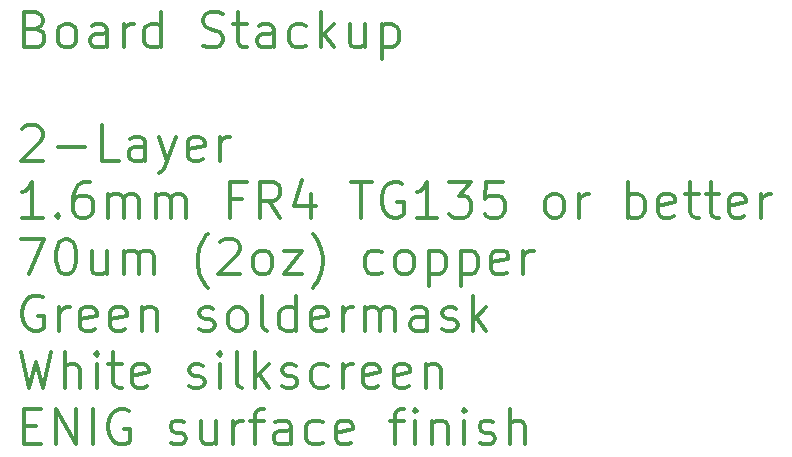
<source format=gbr>
G04 #@! TF.GenerationSoftware,KiCad,Pcbnew,(5.1.0-0)*
G04 #@! TF.CreationDate,2019-04-04T11:20:21+10:30*
G04 #@! TF.ProjectId,wide-input-reg,77696465-2d69-46e7-9075-742d7265672e,rev?*
G04 #@! TF.SameCoordinates,Original*
G04 #@! TF.FileFunction,Other,Comment*
%FSLAX46Y46*%
G04 Gerber Fmt 4.6, Leading zero omitted, Abs format (unit mm)*
G04 Created by KiCad (PCBNEW (5.1.0-0)) date 2019-04-04 11:20:21*
%MOMM*%
%LPD*%
G04 APERTURE LIST*
%ADD10C,0.300000*%
G04 APERTURE END LIST*
D10*
X205909285Y-58185714D02*
X206337857Y-58328571D01*
X206480714Y-58471428D01*
X206623571Y-58757142D01*
X206623571Y-59185714D01*
X206480714Y-59471428D01*
X206337857Y-59614285D01*
X206052142Y-59757142D01*
X204909285Y-59757142D01*
X204909285Y-56757142D01*
X205909285Y-56757142D01*
X206195000Y-56900000D01*
X206337857Y-57042857D01*
X206480714Y-57328571D01*
X206480714Y-57614285D01*
X206337857Y-57900000D01*
X206195000Y-58042857D01*
X205909285Y-58185714D01*
X204909285Y-58185714D01*
X208337857Y-59757142D02*
X208052142Y-59614285D01*
X207909285Y-59471428D01*
X207766428Y-59185714D01*
X207766428Y-58328571D01*
X207909285Y-58042857D01*
X208052142Y-57900000D01*
X208337857Y-57757142D01*
X208766428Y-57757142D01*
X209052142Y-57900000D01*
X209195000Y-58042857D01*
X209337857Y-58328571D01*
X209337857Y-59185714D01*
X209195000Y-59471428D01*
X209052142Y-59614285D01*
X208766428Y-59757142D01*
X208337857Y-59757142D01*
X211909285Y-59757142D02*
X211909285Y-58185714D01*
X211766428Y-57900000D01*
X211480714Y-57757142D01*
X210909285Y-57757142D01*
X210623571Y-57900000D01*
X211909285Y-59614285D02*
X211623571Y-59757142D01*
X210909285Y-59757142D01*
X210623571Y-59614285D01*
X210480714Y-59328571D01*
X210480714Y-59042857D01*
X210623571Y-58757142D01*
X210909285Y-58614285D01*
X211623571Y-58614285D01*
X211909285Y-58471428D01*
X213337857Y-59757142D02*
X213337857Y-57757142D01*
X213337857Y-58328571D02*
X213480714Y-58042857D01*
X213623571Y-57900000D01*
X213909285Y-57757142D01*
X214195000Y-57757142D01*
X216480714Y-59757142D02*
X216480714Y-56757142D01*
X216480714Y-59614285D02*
X216195000Y-59757142D01*
X215623571Y-59757142D01*
X215337857Y-59614285D01*
X215195000Y-59471428D01*
X215052142Y-59185714D01*
X215052142Y-58328571D01*
X215195000Y-58042857D01*
X215337857Y-57900000D01*
X215623571Y-57757142D01*
X216195000Y-57757142D01*
X216480714Y-57900000D01*
X220052142Y-59614285D02*
X220480714Y-59757142D01*
X221195000Y-59757142D01*
X221480714Y-59614285D01*
X221623571Y-59471428D01*
X221766428Y-59185714D01*
X221766428Y-58900000D01*
X221623571Y-58614285D01*
X221480714Y-58471428D01*
X221195000Y-58328571D01*
X220623571Y-58185714D01*
X220337857Y-58042857D01*
X220195000Y-57900000D01*
X220052142Y-57614285D01*
X220052142Y-57328571D01*
X220195000Y-57042857D01*
X220337857Y-56900000D01*
X220623571Y-56757142D01*
X221337857Y-56757142D01*
X221766428Y-56900000D01*
X222623571Y-57757142D02*
X223766428Y-57757142D01*
X223052142Y-56757142D02*
X223052142Y-59328571D01*
X223195000Y-59614285D01*
X223480714Y-59757142D01*
X223766428Y-59757142D01*
X226052142Y-59757142D02*
X226052142Y-58185714D01*
X225909285Y-57900000D01*
X225623571Y-57757142D01*
X225052142Y-57757142D01*
X224766428Y-57900000D01*
X226052142Y-59614285D02*
X225766428Y-59757142D01*
X225052142Y-59757142D01*
X224766428Y-59614285D01*
X224623571Y-59328571D01*
X224623571Y-59042857D01*
X224766428Y-58757142D01*
X225052142Y-58614285D01*
X225766428Y-58614285D01*
X226052142Y-58471428D01*
X228766428Y-59614285D02*
X228480714Y-59757142D01*
X227909285Y-59757142D01*
X227623571Y-59614285D01*
X227480714Y-59471428D01*
X227337857Y-59185714D01*
X227337857Y-58328571D01*
X227480714Y-58042857D01*
X227623571Y-57900000D01*
X227909285Y-57757142D01*
X228480714Y-57757142D01*
X228766428Y-57900000D01*
X230052142Y-59757142D02*
X230052142Y-56757142D01*
X230337857Y-58614285D02*
X231195000Y-59757142D01*
X231195000Y-57757142D02*
X230052142Y-58900000D01*
X233766428Y-57757142D02*
X233766428Y-59757142D01*
X232480714Y-57757142D02*
X232480714Y-59328571D01*
X232623571Y-59614285D01*
X232909285Y-59757142D01*
X233337857Y-59757142D01*
X233623571Y-59614285D01*
X233766428Y-59471428D01*
X235195000Y-57757142D02*
X235195000Y-60757142D01*
X235195000Y-57900000D02*
X235480714Y-57757142D01*
X236052142Y-57757142D01*
X236337857Y-57900000D01*
X236480714Y-58042857D01*
X236623571Y-58328571D01*
X236623571Y-59185714D01*
X236480714Y-59471428D01*
X236337857Y-59614285D01*
X236052142Y-59757142D01*
X235480714Y-59757142D01*
X235195000Y-59614285D01*
X204766428Y-66642857D02*
X204909285Y-66500000D01*
X205195000Y-66357142D01*
X205909285Y-66357142D01*
X206195000Y-66500000D01*
X206337857Y-66642857D01*
X206480714Y-66928571D01*
X206480714Y-67214285D01*
X206337857Y-67642857D01*
X204623571Y-69357142D01*
X206480714Y-69357142D01*
X207766428Y-68214285D02*
X210052142Y-68214285D01*
X212909285Y-69357142D02*
X211480714Y-69357142D01*
X211480714Y-66357142D01*
X215195000Y-69357142D02*
X215195000Y-67785714D01*
X215052142Y-67500000D01*
X214766428Y-67357142D01*
X214195000Y-67357142D01*
X213909285Y-67500000D01*
X215195000Y-69214285D02*
X214909285Y-69357142D01*
X214195000Y-69357142D01*
X213909285Y-69214285D01*
X213766428Y-68928571D01*
X213766428Y-68642857D01*
X213909285Y-68357142D01*
X214195000Y-68214285D01*
X214909285Y-68214285D01*
X215195000Y-68071428D01*
X216337857Y-67357142D02*
X217052142Y-69357142D01*
X217766428Y-67357142D02*
X217052142Y-69357142D01*
X216766428Y-70071428D01*
X216623571Y-70214285D01*
X216337857Y-70357142D01*
X220052142Y-69214285D02*
X219766428Y-69357142D01*
X219195000Y-69357142D01*
X218909285Y-69214285D01*
X218766428Y-68928571D01*
X218766428Y-67785714D01*
X218909285Y-67500000D01*
X219195000Y-67357142D01*
X219766428Y-67357142D01*
X220052142Y-67500000D01*
X220195000Y-67785714D01*
X220195000Y-68071428D01*
X218766428Y-68357142D01*
X221480714Y-69357142D02*
X221480714Y-67357142D01*
X221480714Y-67928571D02*
X221623571Y-67642857D01*
X221766428Y-67500000D01*
X222052142Y-67357142D01*
X222337857Y-67357142D01*
X206480714Y-74157142D02*
X204766428Y-74157142D01*
X205623571Y-74157142D02*
X205623571Y-71157142D01*
X205337857Y-71585714D01*
X205052142Y-71871428D01*
X204766428Y-72014285D01*
X207766428Y-73871428D02*
X207909285Y-74014285D01*
X207766428Y-74157142D01*
X207623571Y-74014285D01*
X207766428Y-73871428D01*
X207766428Y-74157142D01*
X210480714Y-71157142D02*
X209909285Y-71157142D01*
X209623571Y-71300000D01*
X209480714Y-71442857D01*
X209195000Y-71871428D01*
X209052142Y-72442857D01*
X209052142Y-73585714D01*
X209195000Y-73871428D01*
X209337857Y-74014285D01*
X209623571Y-74157142D01*
X210195000Y-74157142D01*
X210480714Y-74014285D01*
X210623571Y-73871428D01*
X210766428Y-73585714D01*
X210766428Y-72871428D01*
X210623571Y-72585714D01*
X210480714Y-72442857D01*
X210195000Y-72300000D01*
X209623571Y-72300000D01*
X209337857Y-72442857D01*
X209195000Y-72585714D01*
X209052142Y-72871428D01*
X212052142Y-74157142D02*
X212052142Y-72157142D01*
X212052142Y-72442857D02*
X212195000Y-72300000D01*
X212480714Y-72157142D01*
X212909285Y-72157142D01*
X213195000Y-72300000D01*
X213337857Y-72585714D01*
X213337857Y-74157142D01*
X213337857Y-72585714D02*
X213480714Y-72300000D01*
X213766428Y-72157142D01*
X214195000Y-72157142D01*
X214480714Y-72300000D01*
X214623571Y-72585714D01*
X214623571Y-74157142D01*
X216052142Y-74157142D02*
X216052142Y-72157142D01*
X216052142Y-72442857D02*
X216195000Y-72300000D01*
X216480714Y-72157142D01*
X216909285Y-72157142D01*
X217195000Y-72300000D01*
X217337857Y-72585714D01*
X217337857Y-74157142D01*
X217337857Y-72585714D02*
X217480714Y-72300000D01*
X217766428Y-72157142D01*
X218195000Y-72157142D01*
X218480714Y-72300000D01*
X218623571Y-72585714D01*
X218623571Y-74157142D01*
X223337857Y-72585714D02*
X222337857Y-72585714D01*
X222337857Y-74157142D02*
X222337857Y-71157142D01*
X223766428Y-71157142D01*
X226623571Y-74157142D02*
X225623571Y-72728571D01*
X224909285Y-74157142D02*
X224909285Y-71157142D01*
X226052142Y-71157142D01*
X226337857Y-71300000D01*
X226480714Y-71442857D01*
X226623571Y-71728571D01*
X226623571Y-72157142D01*
X226480714Y-72442857D01*
X226337857Y-72585714D01*
X226052142Y-72728571D01*
X224909285Y-72728571D01*
X229195000Y-72157142D02*
X229195000Y-74157142D01*
X228480714Y-71014285D02*
X227766428Y-73157142D01*
X229623571Y-73157142D01*
X232623571Y-71157142D02*
X234337857Y-71157142D01*
X233480714Y-74157142D02*
X233480714Y-71157142D01*
X236909285Y-71300000D02*
X236623571Y-71157142D01*
X236195000Y-71157142D01*
X235766428Y-71300000D01*
X235480714Y-71585714D01*
X235337857Y-71871428D01*
X235195000Y-72442857D01*
X235195000Y-72871428D01*
X235337857Y-73442857D01*
X235480714Y-73728571D01*
X235766428Y-74014285D01*
X236195000Y-74157142D01*
X236480714Y-74157142D01*
X236909285Y-74014285D01*
X237052142Y-73871428D01*
X237052142Y-72871428D01*
X236480714Y-72871428D01*
X239909285Y-74157142D02*
X238195000Y-74157142D01*
X239052142Y-74157142D02*
X239052142Y-71157142D01*
X238766428Y-71585714D01*
X238480714Y-71871428D01*
X238195000Y-72014285D01*
X240909285Y-71157142D02*
X242766428Y-71157142D01*
X241766428Y-72300000D01*
X242195000Y-72300000D01*
X242480714Y-72442857D01*
X242623571Y-72585714D01*
X242766428Y-72871428D01*
X242766428Y-73585714D01*
X242623571Y-73871428D01*
X242480714Y-74014285D01*
X242195000Y-74157142D01*
X241337857Y-74157142D01*
X241052142Y-74014285D01*
X240909285Y-73871428D01*
X245480714Y-71157142D02*
X244052142Y-71157142D01*
X243909285Y-72585714D01*
X244052142Y-72442857D01*
X244337857Y-72300000D01*
X245052142Y-72300000D01*
X245337857Y-72442857D01*
X245480714Y-72585714D01*
X245623571Y-72871428D01*
X245623571Y-73585714D01*
X245480714Y-73871428D01*
X245337857Y-74014285D01*
X245052142Y-74157142D01*
X244337857Y-74157142D01*
X244052142Y-74014285D01*
X243909285Y-73871428D01*
X249623571Y-74157142D02*
X249337857Y-74014285D01*
X249195000Y-73871428D01*
X249052142Y-73585714D01*
X249052142Y-72728571D01*
X249195000Y-72442857D01*
X249337857Y-72300000D01*
X249623571Y-72157142D01*
X250052142Y-72157142D01*
X250337857Y-72300000D01*
X250480714Y-72442857D01*
X250623571Y-72728571D01*
X250623571Y-73585714D01*
X250480714Y-73871428D01*
X250337857Y-74014285D01*
X250052142Y-74157142D01*
X249623571Y-74157142D01*
X251909285Y-74157142D02*
X251909285Y-72157142D01*
X251909285Y-72728571D02*
X252052142Y-72442857D01*
X252195000Y-72300000D01*
X252480714Y-72157142D01*
X252766428Y-72157142D01*
X256052142Y-74157142D02*
X256052142Y-71157142D01*
X256052142Y-72300000D02*
X256337857Y-72157142D01*
X256909285Y-72157142D01*
X257195000Y-72300000D01*
X257337857Y-72442857D01*
X257480714Y-72728571D01*
X257480714Y-73585714D01*
X257337857Y-73871428D01*
X257195000Y-74014285D01*
X256909285Y-74157142D01*
X256337857Y-74157142D01*
X256052142Y-74014285D01*
X259909285Y-74014285D02*
X259623571Y-74157142D01*
X259052142Y-74157142D01*
X258766428Y-74014285D01*
X258623571Y-73728571D01*
X258623571Y-72585714D01*
X258766428Y-72300000D01*
X259052142Y-72157142D01*
X259623571Y-72157142D01*
X259909285Y-72300000D01*
X260052142Y-72585714D01*
X260052142Y-72871428D01*
X258623571Y-73157142D01*
X260909285Y-72157142D02*
X262052142Y-72157142D01*
X261337857Y-71157142D02*
X261337857Y-73728571D01*
X261480714Y-74014285D01*
X261766428Y-74157142D01*
X262052142Y-74157142D01*
X262623571Y-72157142D02*
X263766428Y-72157142D01*
X263052142Y-71157142D02*
X263052142Y-73728571D01*
X263195000Y-74014285D01*
X263480714Y-74157142D01*
X263766428Y-74157142D01*
X265909285Y-74014285D02*
X265623571Y-74157142D01*
X265052142Y-74157142D01*
X264766428Y-74014285D01*
X264623571Y-73728571D01*
X264623571Y-72585714D01*
X264766428Y-72300000D01*
X265052142Y-72157142D01*
X265623571Y-72157142D01*
X265909285Y-72300000D01*
X266052142Y-72585714D01*
X266052142Y-72871428D01*
X264623571Y-73157142D01*
X267337857Y-74157142D02*
X267337857Y-72157142D01*
X267337857Y-72728571D02*
X267480714Y-72442857D01*
X267623571Y-72300000D01*
X267909285Y-72157142D01*
X268195000Y-72157142D01*
X204623571Y-75957142D02*
X206623571Y-75957142D01*
X205337857Y-78957142D01*
X208337857Y-75957142D02*
X208623571Y-75957142D01*
X208909285Y-76100000D01*
X209052142Y-76242857D01*
X209195000Y-76528571D01*
X209337857Y-77100000D01*
X209337857Y-77814285D01*
X209195000Y-78385714D01*
X209052142Y-78671428D01*
X208909285Y-78814285D01*
X208623571Y-78957142D01*
X208337857Y-78957142D01*
X208052142Y-78814285D01*
X207909285Y-78671428D01*
X207766428Y-78385714D01*
X207623571Y-77814285D01*
X207623571Y-77100000D01*
X207766428Y-76528571D01*
X207909285Y-76242857D01*
X208052142Y-76100000D01*
X208337857Y-75957142D01*
X211909285Y-76957142D02*
X211909285Y-78957142D01*
X210623571Y-76957142D02*
X210623571Y-78528571D01*
X210766428Y-78814285D01*
X211052142Y-78957142D01*
X211480714Y-78957142D01*
X211766428Y-78814285D01*
X211909285Y-78671428D01*
X213337857Y-78957142D02*
X213337857Y-76957142D01*
X213337857Y-77242857D02*
X213480714Y-77100000D01*
X213766428Y-76957142D01*
X214195000Y-76957142D01*
X214480714Y-77100000D01*
X214623571Y-77385714D01*
X214623571Y-78957142D01*
X214623571Y-77385714D02*
X214766428Y-77100000D01*
X215052142Y-76957142D01*
X215480714Y-76957142D01*
X215766428Y-77100000D01*
X215909285Y-77385714D01*
X215909285Y-78957142D01*
X220480714Y-80100000D02*
X220337857Y-79957142D01*
X220052142Y-79528571D01*
X219909285Y-79242857D01*
X219766428Y-78814285D01*
X219623571Y-78100000D01*
X219623571Y-77528571D01*
X219766428Y-76814285D01*
X219909285Y-76385714D01*
X220052142Y-76100000D01*
X220337857Y-75671428D01*
X220480714Y-75528571D01*
X221480714Y-76242857D02*
X221623571Y-76100000D01*
X221909285Y-75957142D01*
X222623571Y-75957142D01*
X222909285Y-76100000D01*
X223052142Y-76242857D01*
X223195000Y-76528571D01*
X223195000Y-76814285D01*
X223052142Y-77242857D01*
X221337857Y-78957142D01*
X223195000Y-78957142D01*
X224909285Y-78957142D02*
X224623571Y-78814285D01*
X224480714Y-78671428D01*
X224337857Y-78385714D01*
X224337857Y-77528571D01*
X224480714Y-77242857D01*
X224623571Y-77100000D01*
X224909285Y-76957142D01*
X225337857Y-76957142D01*
X225623571Y-77100000D01*
X225766428Y-77242857D01*
X225909285Y-77528571D01*
X225909285Y-78385714D01*
X225766428Y-78671428D01*
X225623571Y-78814285D01*
X225337857Y-78957142D01*
X224909285Y-78957142D01*
X226909285Y-76957142D02*
X228480714Y-76957142D01*
X226909285Y-78957142D01*
X228480714Y-78957142D01*
X229337857Y-80100000D02*
X229480714Y-79957142D01*
X229766428Y-79528571D01*
X229909285Y-79242857D01*
X230052142Y-78814285D01*
X230195000Y-78100000D01*
X230195000Y-77528571D01*
X230052142Y-76814285D01*
X229909285Y-76385714D01*
X229766428Y-76100000D01*
X229480714Y-75671428D01*
X229337857Y-75528571D01*
X235195000Y-78814285D02*
X234909285Y-78957142D01*
X234337857Y-78957142D01*
X234052142Y-78814285D01*
X233909285Y-78671428D01*
X233766428Y-78385714D01*
X233766428Y-77528571D01*
X233909285Y-77242857D01*
X234052142Y-77100000D01*
X234337857Y-76957142D01*
X234909285Y-76957142D01*
X235195000Y-77100000D01*
X236909285Y-78957142D02*
X236623571Y-78814285D01*
X236480714Y-78671428D01*
X236337857Y-78385714D01*
X236337857Y-77528571D01*
X236480714Y-77242857D01*
X236623571Y-77100000D01*
X236909285Y-76957142D01*
X237337857Y-76957142D01*
X237623571Y-77100000D01*
X237766428Y-77242857D01*
X237909285Y-77528571D01*
X237909285Y-78385714D01*
X237766428Y-78671428D01*
X237623571Y-78814285D01*
X237337857Y-78957142D01*
X236909285Y-78957142D01*
X239195000Y-76957142D02*
X239195000Y-79957142D01*
X239195000Y-77100000D02*
X239480714Y-76957142D01*
X240052142Y-76957142D01*
X240337857Y-77100000D01*
X240480714Y-77242857D01*
X240623571Y-77528571D01*
X240623571Y-78385714D01*
X240480714Y-78671428D01*
X240337857Y-78814285D01*
X240052142Y-78957142D01*
X239480714Y-78957142D01*
X239195000Y-78814285D01*
X241909285Y-76957142D02*
X241909285Y-79957142D01*
X241909285Y-77100000D02*
X242195000Y-76957142D01*
X242766428Y-76957142D01*
X243052142Y-77100000D01*
X243195000Y-77242857D01*
X243337857Y-77528571D01*
X243337857Y-78385714D01*
X243195000Y-78671428D01*
X243052142Y-78814285D01*
X242766428Y-78957142D01*
X242195000Y-78957142D01*
X241909285Y-78814285D01*
X245766428Y-78814285D02*
X245480714Y-78957142D01*
X244909285Y-78957142D01*
X244623571Y-78814285D01*
X244480714Y-78528571D01*
X244480714Y-77385714D01*
X244623571Y-77100000D01*
X244909285Y-76957142D01*
X245480714Y-76957142D01*
X245766428Y-77100000D01*
X245909285Y-77385714D01*
X245909285Y-77671428D01*
X244480714Y-77957142D01*
X247195000Y-78957142D02*
X247195000Y-76957142D01*
X247195000Y-77528571D02*
X247337857Y-77242857D01*
X247480714Y-77100000D01*
X247766428Y-76957142D01*
X248052142Y-76957142D01*
X206480714Y-80900000D02*
X206195000Y-80757142D01*
X205766428Y-80757142D01*
X205337857Y-80900000D01*
X205052142Y-81185714D01*
X204909285Y-81471428D01*
X204766428Y-82042857D01*
X204766428Y-82471428D01*
X204909285Y-83042857D01*
X205052142Y-83328571D01*
X205337857Y-83614285D01*
X205766428Y-83757142D01*
X206052142Y-83757142D01*
X206480714Y-83614285D01*
X206623571Y-83471428D01*
X206623571Y-82471428D01*
X206052142Y-82471428D01*
X207909285Y-83757142D02*
X207909285Y-81757142D01*
X207909285Y-82328571D02*
X208052142Y-82042857D01*
X208195000Y-81900000D01*
X208480714Y-81757142D01*
X208766428Y-81757142D01*
X210909285Y-83614285D02*
X210623571Y-83757142D01*
X210052142Y-83757142D01*
X209766428Y-83614285D01*
X209623571Y-83328571D01*
X209623571Y-82185714D01*
X209766428Y-81900000D01*
X210052142Y-81757142D01*
X210623571Y-81757142D01*
X210909285Y-81900000D01*
X211052142Y-82185714D01*
X211052142Y-82471428D01*
X209623571Y-82757142D01*
X213480714Y-83614285D02*
X213195000Y-83757142D01*
X212623571Y-83757142D01*
X212337857Y-83614285D01*
X212195000Y-83328571D01*
X212195000Y-82185714D01*
X212337857Y-81900000D01*
X212623571Y-81757142D01*
X213195000Y-81757142D01*
X213480714Y-81900000D01*
X213623571Y-82185714D01*
X213623571Y-82471428D01*
X212195000Y-82757142D01*
X214909285Y-81757142D02*
X214909285Y-83757142D01*
X214909285Y-82042857D02*
X215052142Y-81900000D01*
X215337857Y-81757142D01*
X215766428Y-81757142D01*
X216052142Y-81900000D01*
X216195000Y-82185714D01*
X216195000Y-83757142D01*
X219766428Y-83614285D02*
X220052142Y-83757142D01*
X220623571Y-83757142D01*
X220909285Y-83614285D01*
X221052142Y-83328571D01*
X221052142Y-83185714D01*
X220909285Y-82900000D01*
X220623571Y-82757142D01*
X220195000Y-82757142D01*
X219909285Y-82614285D01*
X219766428Y-82328571D01*
X219766428Y-82185714D01*
X219909285Y-81900000D01*
X220195000Y-81757142D01*
X220623571Y-81757142D01*
X220909285Y-81900000D01*
X222766428Y-83757142D02*
X222480714Y-83614285D01*
X222337857Y-83471428D01*
X222195000Y-83185714D01*
X222195000Y-82328571D01*
X222337857Y-82042857D01*
X222480714Y-81900000D01*
X222766428Y-81757142D01*
X223195000Y-81757142D01*
X223480714Y-81900000D01*
X223623571Y-82042857D01*
X223766428Y-82328571D01*
X223766428Y-83185714D01*
X223623571Y-83471428D01*
X223480714Y-83614285D01*
X223195000Y-83757142D01*
X222766428Y-83757142D01*
X225480714Y-83757142D02*
X225195000Y-83614285D01*
X225052142Y-83328571D01*
X225052142Y-80757142D01*
X227909285Y-83757142D02*
X227909285Y-80757142D01*
X227909285Y-83614285D02*
X227623571Y-83757142D01*
X227052142Y-83757142D01*
X226766428Y-83614285D01*
X226623571Y-83471428D01*
X226480714Y-83185714D01*
X226480714Y-82328571D01*
X226623571Y-82042857D01*
X226766428Y-81900000D01*
X227052142Y-81757142D01*
X227623571Y-81757142D01*
X227909285Y-81900000D01*
X230480714Y-83614285D02*
X230195000Y-83757142D01*
X229623571Y-83757142D01*
X229337857Y-83614285D01*
X229195000Y-83328571D01*
X229195000Y-82185714D01*
X229337857Y-81900000D01*
X229623571Y-81757142D01*
X230195000Y-81757142D01*
X230480714Y-81900000D01*
X230623571Y-82185714D01*
X230623571Y-82471428D01*
X229195000Y-82757142D01*
X231909285Y-83757142D02*
X231909285Y-81757142D01*
X231909285Y-82328571D02*
X232052142Y-82042857D01*
X232195000Y-81900000D01*
X232480714Y-81757142D01*
X232766428Y-81757142D01*
X233766428Y-83757142D02*
X233766428Y-81757142D01*
X233766428Y-82042857D02*
X233909285Y-81900000D01*
X234195000Y-81757142D01*
X234623571Y-81757142D01*
X234909285Y-81900000D01*
X235052142Y-82185714D01*
X235052142Y-83757142D01*
X235052142Y-82185714D02*
X235195000Y-81900000D01*
X235480714Y-81757142D01*
X235909285Y-81757142D01*
X236195000Y-81900000D01*
X236337857Y-82185714D01*
X236337857Y-83757142D01*
X239052142Y-83757142D02*
X239052142Y-82185714D01*
X238909285Y-81900000D01*
X238623571Y-81757142D01*
X238052142Y-81757142D01*
X237766428Y-81900000D01*
X239052142Y-83614285D02*
X238766428Y-83757142D01*
X238052142Y-83757142D01*
X237766428Y-83614285D01*
X237623571Y-83328571D01*
X237623571Y-83042857D01*
X237766428Y-82757142D01*
X238052142Y-82614285D01*
X238766428Y-82614285D01*
X239052142Y-82471428D01*
X240337857Y-83614285D02*
X240623571Y-83757142D01*
X241195000Y-83757142D01*
X241480714Y-83614285D01*
X241623571Y-83328571D01*
X241623571Y-83185714D01*
X241480714Y-82900000D01*
X241195000Y-82757142D01*
X240766428Y-82757142D01*
X240480714Y-82614285D01*
X240337857Y-82328571D01*
X240337857Y-82185714D01*
X240480714Y-81900000D01*
X240766428Y-81757142D01*
X241195000Y-81757142D01*
X241480714Y-81900000D01*
X242909285Y-83757142D02*
X242909285Y-80757142D01*
X243195000Y-82614285D02*
X244052142Y-83757142D01*
X244052142Y-81757142D02*
X242909285Y-82900000D01*
X204623571Y-85557142D02*
X205337857Y-88557142D01*
X205909285Y-86414285D01*
X206480714Y-88557142D01*
X207195000Y-85557142D01*
X208337857Y-88557142D02*
X208337857Y-85557142D01*
X209623571Y-88557142D02*
X209623571Y-86985714D01*
X209480714Y-86700000D01*
X209195000Y-86557142D01*
X208766428Y-86557142D01*
X208480714Y-86700000D01*
X208337857Y-86842857D01*
X211052142Y-88557142D02*
X211052142Y-86557142D01*
X211052142Y-85557142D02*
X210909285Y-85700000D01*
X211052142Y-85842857D01*
X211195000Y-85700000D01*
X211052142Y-85557142D01*
X211052142Y-85842857D01*
X212052142Y-86557142D02*
X213195000Y-86557142D01*
X212480714Y-85557142D02*
X212480714Y-88128571D01*
X212623571Y-88414285D01*
X212909285Y-88557142D01*
X213195000Y-88557142D01*
X215337857Y-88414285D02*
X215052142Y-88557142D01*
X214480714Y-88557142D01*
X214195000Y-88414285D01*
X214052142Y-88128571D01*
X214052142Y-86985714D01*
X214195000Y-86700000D01*
X214480714Y-86557142D01*
X215052142Y-86557142D01*
X215337857Y-86700000D01*
X215480714Y-86985714D01*
X215480714Y-87271428D01*
X214052142Y-87557142D01*
X218909285Y-88414285D02*
X219195000Y-88557142D01*
X219766428Y-88557142D01*
X220052142Y-88414285D01*
X220195000Y-88128571D01*
X220195000Y-87985714D01*
X220052142Y-87700000D01*
X219766428Y-87557142D01*
X219337857Y-87557142D01*
X219052142Y-87414285D01*
X218909285Y-87128571D01*
X218909285Y-86985714D01*
X219052142Y-86700000D01*
X219337857Y-86557142D01*
X219766428Y-86557142D01*
X220052142Y-86700000D01*
X221480714Y-88557142D02*
X221480714Y-86557142D01*
X221480714Y-85557142D02*
X221337857Y-85700000D01*
X221480714Y-85842857D01*
X221623571Y-85700000D01*
X221480714Y-85557142D01*
X221480714Y-85842857D01*
X223337857Y-88557142D02*
X223052142Y-88414285D01*
X222909285Y-88128571D01*
X222909285Y-85557142D01*
X224480714Y-88557142D02*
X224480714Y-85557142D01*
X224766428Y-87414285D02*
X225623571Y-88557142D01*
X225623571Y-86557142D02*
X224480714Y-87700000D01*
X226766428Y-88414285D02*
X227052142Y-88557142D01*
X227623571Y-88557142D01*
X227909285Y-88414285D01*
X228052142Y-88128571D01*
X228052142Y-87985714D01*
X227909285Y-87700000D01*
X227623571Y-87557142D01*
X227195000Y-87557142D01*
X226909285Y-87414285D01*
X226766428Y-87128571D01*
X226766428Y-86985714D01*
X226909285Y-86700000D01*
X227195000Y-86557142D01*
X227623571Y-86557142D01*
X227909285Y-86700000D01*
X230623571Y-88414285D02*
X230337857Y-88557142D01*
X229766428Y-88557142D01*
X229480714Y-88414285D01*
X229337857Y-88271428D01*
X229195000Y-87985714D01*
X229195000Y-87128571D01*
X229337857Y-86842857D01*
X229480714Y-86700000D01*
X229766428Y-86557142D01*
X230337857Y-86557142D01*
X230623571Y-86700000D01*
X231909285Y-88557142D02*
X231909285Y-86557142D01*
X231909285Y-87128571D02*
X232052142Y-86842857D01*
X232195000Y-86700000D01*
X232480714Y-86557142D01*
X232766428Y-86557142D01*
X234909285Y-88414285D02*
X234623571Y-88557142D01*
X234052142Y-88557142D01*
X233766428Y-88414285D01*
X233623571Y-88128571D01*
X233623571Y-86985714D01*
X233766428Y-86700000D01*
X234052142Y-86557142D01*
X234623571Y-86557142D01*
X234909285Y-86700000D01*
X235052142Y-86985714D01*
X235052142Y-87271428D01*
X233623571Y-87557142D01*
X237480714Y-88414285D02*
X237195000Y-88557142D01*
X236623571Y-88557142D01*
X236337857Y-88414285D01*
X236195000Y-88128571D01*
X236195000Y-86985714D01*
X236337857Y-86700000D01*
X236623571Y-86557142D01*
X237195000Y-86557142D01*
X237480714Y-86700000D01*
X237623571Y-86985714D01*
X237623571Y-87271428D01*
X236195000Y-87557142D01*
X238909285Y-86557142D02*
X238909285Y-88557142D01*
X238909285Y-86842857D02*
X239052142Y-86700000D01*
X239337857Y-86557142D01*
X239766428Y-86557142D01*
X240052142Y-86700000D01*
X240195000Y-86985714D01*
X240195000Y-88557142D01*
X204909285Y-91785714D02*
X205909285Y-91785714D01*
X206337857Y-93357142D02*
X204909285Y-93357142D01*
X204909285Y-90357142D01*
X206337857Y-90357142D01*
X207623571Y-93357142D02*
X207623571Y-90357142D01*
X209337857Y-93357142D01*
X209337857Y-90357142D01*
X210766428Y-93357142D02*
X210766428Y-90357142D01*
X213766428Y-90500000D02*
X213480714Y-90357142D01*
X213052142Y-90357142D01*
X212623571Y-90500000D01*
X212337857Y-90785714D01*
X212195000Y-91071428D01*
X212052142Y-91642857D01*
X212052142Y-92071428D01*
X212195000Y-92642857D01*
X212337857Y-92928571D01*
X212623571Y-93214285D01*
X213052142Y-93357142D01*
X213337857Y-93357142D01*
X213766428Y-93214285D01*
X213909285Y-93071428D01*
X213909285Y-92071428D01*
X213337857Y-92071428D01*
X217337857Y-93214285D02*
X217623571Y-93357142D01*
X218195000Y-93357142D01*
X218480714Y-93214285D01*
X218623571Y-92928571D01*
X218623571Y-92785714D01*
X218480714Y-92500000D01*
X218195000Y-92357142D01*
X217766428Y-92357142D01*
X217480714Y-92214285D01*
X217337857Y-91928571D01*
X217337857Y-91785714D01*
X217480714Y-91500000D01*
X217766428Y-91357142D01*
X218195000Y-91357142D01*
X218480714Y-91500000D01*
X221195000Y-91357142D02*
X221195000Y-93357142D01*
X219909285Y-91357142D02*
X219909285Y-92928571D01*
X220052142Y-93214285D01*
X220337857Y-93357142D01*
X220766428Y-93357142D01*
X221052142Y-93214285D01*
X221195000Y-93071428D01*
X222623571Y-93357142D02*
X222623571Y-91357142D01*
X222623571Y-91928571D02*
X222766428Y-91642857D01*
X222909285Y-91500000D01*
X223195000Y-91357142D01*
X223480714Y-91357142D01*
X224052142Y-91357142D02*
X225195000Y-91357142D01*
X224480714Y-93357142D02*
X224480714Y-90785714D01*
X224623571Y-90500000D01*
X224909285Y-90357142D01*
X225195000Y-90357142D01*
X227480714Y-93357142D02*
X227480714Y-91785714D01*
X227337857Y-91500000D01*
X227052142Y-91357142D01*
X226480714Y-91357142D01*
X226195000Y-91500000D01*
X227480714Y-93214285D02*
X227195000Y-93357142D01*
X226480714Y-93357142D01*
X226195000Y-93214285D01*
X226052142Y-92928571D01*
X226052142Y-92642857D01*
X226195000Y-92357142D01*
X226480714Y-92214285D01*
X227195000Y-92214285D01*
X227480714Y-92071428D01*
X230195000Y-93214285D02*
X229909285Y-93357142D01*
X229337857Y-93357142D01*
X229052142Y-93214285D01*
X228909285Y-93071428D01*
X228766428Y-92785714D01*
X228766428Y-91928571D01*
X228909285Y-91642857D01*
X229052142Y-91500000D01*
X229337857Y-91357142D01*
X229909285Y-91357142D01*
X230195000Y-91500000D01*
X232623571Y-93214285D02*
X232337857Y-93357142D01*
X231766428Y-93357142D01*
X231480714Y-93214285D01*
X231337857Y-92928571D01*
X231337857Y-91785714D01*
X231480714Y-91500000D01*
X231766428Y-91357142D01*
X232337857Y-91357142D01*
X232623571Y-91500000D01*
X232766428Y-91785714D01*
X232766428Y-92071428D01*
X231337857Y-92357142D01*
X235909285Y-91357142D02*
X237052142Y-91357142D01*
X236337857Y-93357142D02*
X236337857Y-90785714D01*
X236480714Y-90500000D01*
X236766428Y-90357142D01*
X237052142Y-90357142D01*
X238052142Y-93357142D02*
X238052142Y-91357142D01*
X238052142Y-90357142D02*
X237909285Y-90500000D01*
X238052142Y-90642857D01*
X238195000Y-90500000D01*
X238052142Y-90357142D01*
X238052142Y-90642857D01*
X239480714Y-91357142D02*
X239480714Y-93357142D01*
X239480714Y-91642857D02*
X239623571Y-91500000D01*
X239909285Y-91357142D01*
X240337857Y-91357142D01*
X240623571Y-91500000D01*
X240766428Y-91785714D01*
X240766428Y-93357142D01*
X242195000Y-93357142D02*
X242195000Y-91357142D01*
X242195000Y-90357142D02*
X242052142Y-90500000D01*
X242195000Y-90642857D01*
X242337857Y-90500000D01*
X242195000Y-90357142D01*
X242195000Y-90642857D01*
X243480714Y-93214285D02*
X243766428Y-93357142D01*
X244337857Y-93357142D01*
X244623571Y-93214285D01*
X244766428Y-92928571D01*
X244766428Y-92785714D01*
X244623571Y-92500000D01*
X244337857Y-92357142D01*
X243909285Y-92357142D01*
X243623571Y-92214285D01*
X243480714Y-91928571D01*
X243480714Y-91785714D01*
X243623571Y-91500000D01*
X243909285Y-91357142D01*
X244337857Y-91357142D01*
X244623571Y-91500000D01*
X246052142Y-93357142D02*
X246052142Y-90357142D01*
X247337857Y-93357142D02*
X247337857Y-91785714D01*
X247195000Y-91500000D01*
X246909285Y-91357142D01*
X246480714Y-91357142D01*
X246195000Y-91500000D01*
X246052142Y-91642857D01*
M02*

</source>
